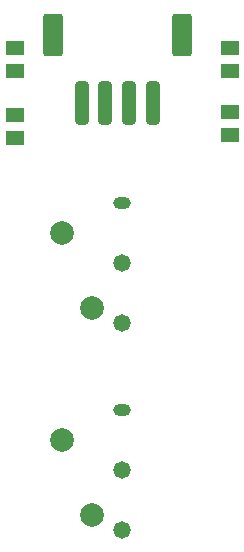
<source format=gbr>
G04*
G04 #@! TF.GenerationSoftware,Altium Limited,Altium Designer,23.0.1 (38)*
G04*
G04 Layer_Color=8388736*
%FSLAX25Y25*%
%MOIN*%
G70*
G04*
G04 #@! TF.SameCoordinates,EBFAA98F-4B33-4929-AD0F-5C95987F4AB2*
G04*
G04*
G04 #@! TF.FilePolarity,Negative*
G04*
G01*
G75*
G04:AMPARAMS|DCode=18|XSize=67.06mil|YSize=141.86mil|CornerRadius=11.38mil|HoleSize=0mil|Usage=FLASHONLY|Rotation=0.000|XOffset=0mil|YOffset=0mil|HoleType=Round|Shape=RoundedRectangle|*
%AMROUNDEDRECTD18*
21,1,0.06706,0.11909,0,0,0.0*
21,1,0.04429,0.14186,0,0,0.0*
1,1,0.02276,0.02215,-0.05955*
1,1,0.02276,-0.02215,-0.05955*
1,1,0.02276,-0.02215,0.05955*
1,1,0.02276,0.02215,0.05955*
%
%ADD18ROUNDEDRECTD18*%
G04:AMPARAMS|DCode=19|XSize=47.37mil|YSize=145.8mil|CornerRadius=13.84mil|HoleSize=0mil|Usage=FLASHONLY|Rotation=0.000|XOffset=0mil|YOffset=0mil|HoleType=Round|Shape=RoundedRectangle|*
%AMROUNDEDRECTD19*
21,1,0.04737,0.11811,0,0,0.0*
21,1,0.01968,0.14580,0,0,0.0*
1,1,0.02769,0.00984,-0.05906*
1,1,0.02769,-0.00984,-0.05906*
1,1,0.02769,-0.00984,0.05906*
1,1,0.02769,0.00984,0.05906*
%
%ADD19ROUNDEDRECTD19*%
%ADD20R,0.06115X0.04934*%
%ADD21O,0.05800X0.04147*%
%ADD22C,0.07887*%
%ADD23C,0.05800*%
D18*
X286500Y242000D02*
D03*
X243587D02*
D03*
D19*
X276854Y219362D02*
D03*
X268980D02*
D03*
X261106D02*
D03*
X253232D02*
D03*
D20*
X231000Y207661D02*
D03*
Y215339D02*
D03*
Y230161D02*
D03*
Y237839D02*
D03*
X302500Y208661D02*
D03*
Y216339D02*
D03*
Y230161D02*
D03*
Y237839D02*
D03*
D21*
X266500Y117000D02*
D03*
Y186000D02*
D03*
D22*
X246500Y107000D02*
D03*
X256500Y82000D02*
D03*
X246500Y176000D02*
D03*
X256500Y151000D02*
D03*
D23*
X266500Y77000D02*
D03*
Y97000D02*
D03*
Y146000D02*
D03*
Y166000D02*
D03*
M02*

</source>
